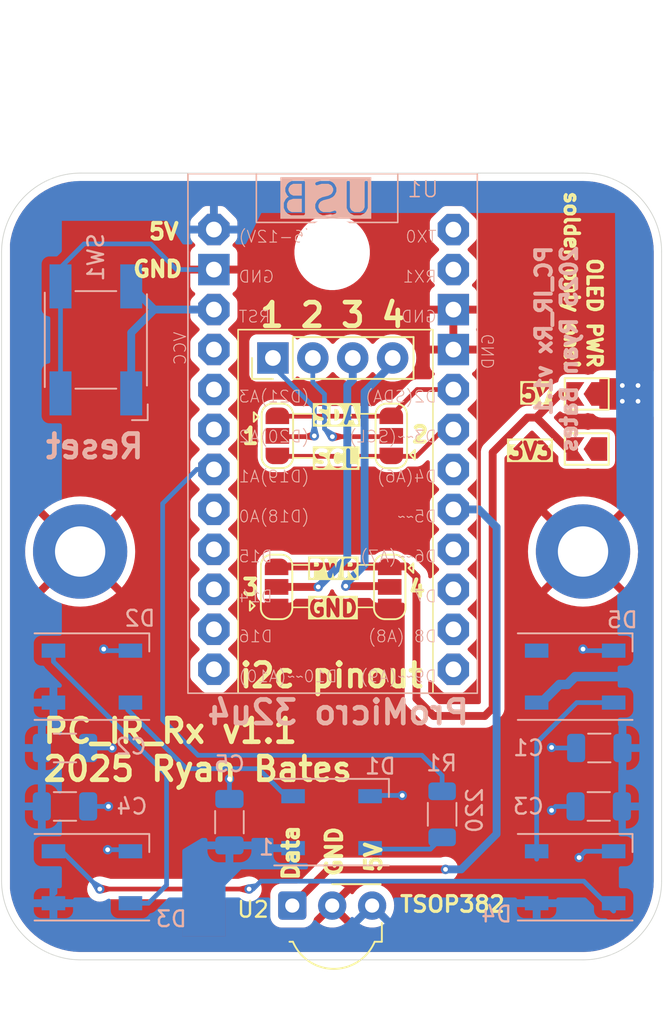
<source format=kicad_pcb>
(kicad_pcb (version 20240108) (generator "pcbnew") (generator_version "8.0")
  (layers (0 "F.Cu" signal) (31 "B.Cu" signal) (34 "B.Paste" user) (35 "F.Paste" user) (36 "B.SilkS" user "B.Silkscreen") (37 "F.SilkS" user "F.Silkscreen") (38 "B.Mask" user) (39 "F.Mask" user) (44 "Edge.Cuts" user))
  (net 0 "")
  (net 1 "GND")
  (net 2 "Net-(D1-DOUT)")
  (net 3 "Net-(D1-DIN)")
  (net 4 "Net-(D2-DOUT)")
  (net 5 "Net-(D3-DOUT)")
  (net 6 "/3")
  (net 7 "/1")
  (net 8 "/4")
  (net 9 "/2")
  (net 10 "/IR_DATA")
  (net 11 "/PWR")
  (net 12 "/+3V3")
  (net 13 "/SDA")
  (net 14 "/SCL")
  (net 27 "+5V")
  (net 28 "/DATA_IN")
  (net 29 "Net-(D4-DOUT)")
  (net 31 "Net-(U1-RST)")
  (footprint "PCM_SL_Mechanical:MountingHole_3.2mm_Pad" (layer "F.Cu") (at 16.1 24.95)
    (property "Reference" "H6" (hide yes))
    (property "Value" "MountingHole_M3_3.2mm_Pad" (hide yes))
    (pad "1" thru_hole circle (at -0.1 0.05) (size 6 6) (drill 3.2) (layers "*.Cu" "*.Mask") (net 1 "GND"))
  )
  (footprint "OptoDevice:Vishay_MOLD-3Pin" (layer "F.Cu") (at -2.5 47.5)
    (property "Reference" "U2" (at -2.5 0.25 180) (layer "F.SilkS"))
    (property "Value" "TSDP341xx" (hide yes))
    (fp_line (start 0.04 2.3) (end -0.18 2.3) (stroke (width 0.12)) (layer "F.SilkS"))
    (fp_line (start 5.62 -1.36) (end 2.54 -1.36) (stroke (width 0.12)) (layer "F.SilkS"))
    (fp_line (start 5.7 2.3) (end 5.24 2.3) (stroke (width 0.12)) (layer "F.SilkS"))
    (fp_line (start 5.7 2.3) (end 5.7 1.1) (stroke (width 0.12)) (layer "F.SilkS"))
    (fp_arc (start 5.24 2.3) (mid 2.64 4.023119) (end 0.04 2.3) (stroke (width 0.12)) (layer "F.SilkS"))
    (pad "1" thru_hole roundrect (at 0 0) (size 1.8 1.8) (drill 0.9) (layers "*.Cu" "*.Mask") (roundrect_rratio 0.138) (net 10 "/IR_DATA"))
    (pad "2" thru_hole circle (at 2.54 0) (size 1.8 1.8) (drill 0.9) (layers "*.Cu" "*.Mask") (net 1 "GND"))
    (pad "3" thru_hole circle (at 5.08 0) (size 1.8 1.8) (drill 0.9) (layers "*.Cu" "*.Mask") (net 27 "+5V"))
  )
  (footprint "Jumper:SolderJumper-3_P1.3mm_Open_RoundedPad1.0x1.5mm" (layer "F.Cu") (at 3.8 17.65 90)
    (property "Reference" "JP4" (hide yes))
    (property "Value" "SolderJumper_3_Open" (hide yes))
    (fp_line (start -1.4 -1) (end 1.4 -1) (stroke (width 0.12)) (layer "F.SilkS"))
    (fp_line (start 2.05 -0.3) (end 2.05 0.3) (stroke (width 0.12)) (layer "F.SilkS"))
    (fp_line (start -2.05 0.3) (end -2.05 -0.3) (stroke (width 0.12)) (layer "F.SilkS"))
    (fp_line (start 1.4 1) (end -1.4 1) (stroke (width 0.12)) (layer "F.SilkS"))
    (fp_line (start -1.2 1.2) (end -0.9 1.5) (stroke (width 0.12)) (layer "F.SilkS"))
    (fp_line (start -1.2 1.2) (end -1.5 1.5) (stroke (width 0.12)) (layer "F.SilkS"))
    (fp_line (start -1.5 1.5) (end -0.9 1.5) (stroke (width 0.12)) (layer "F.SilkS"))
    (fp_arc (start 1.35 -1) (mid 1.844975 -0.794975) (end 2.05 -0.3) (stroke (width 0.12)) (layer "F.SilkS"))
    (fp_arc (start -2.05 -0.3) (mid -1.844975 -0.794975) (end -1.35 -1) (stroke (width 0.12)) (layer "F.SilkS"))
    (fp_arc (start 2.05 0.3) (mid 1.844975 0.794975) (end 1.35 1) (stroke (width 0.12)) (layer "F.SilkS"))
    (fp_arc (start -1.35 1) (mid -1.844975 0.794975) (end -2.05 0.3) (stroke (width 0.12)) (layer "F.SilkS"))
    (pad "1" smd custom (at -1.3 0 90) (size 1 0.5) (layers "F.Cu" "F.Mask") (net 14 "/SCL") (options (clearance outline) (anchor rect)) (primitives (gr_circle (center 0 0.25) (end 0.5 0.25) (width 0) (fill yes)) (gr_circle (center 0 -0.25) (end 0.5 -0.25) (width 0) (fill yes)) (gr_poly (pts (xy 0.55 0.75) (xy 0 0.75) (xy 0 -0.75) (xy 0.55 -0.75)) (width 0) (fill yes))))
    (pad "2" smd rect (at 0 0 90) (size 1 1.5) (layers "F.Cu" "F.Mask") (net 9 "/2"))
    (pad "3" smd custom (at 1.3 0 90) (size 1 0.5) (layers "F.Cu" "F.Mask") (net 13 "/SDA") (options (clearance outline) (anchor rect)) (primitives (gr_circle (center 0 0.25) (end 0.5 0.25) (width 0) (fill yes)) (gr_circle (center 0 -0.25) (end 0.5 -0.25) (width 0) (fill yes)) (gr_poly (pts (xy 0 0.75) (xy -0.55 0.75) (xy -0.55 -0.75) (xy 0 -0.75)) (width 0) (fill yes))))
  )
  (footprint "Jumper:SolderJumper-3_P1.3mm_Open_RoundedPad1.0x1.5mm" (layer "F.Cu") (at 3.7 27.25 90)
    (property "Reference" "JP6" (hide yes))
    (property "Value" "SolderJumper_3_Open" (hide yes))
    (fp_line (start -1.4 -1) (end 1.4 -1) (stroke (width 0.12)) (layer "F.SilkS"))
    (fp_line (start 2.05 -0.3) (end 2.05 0.3) (stroke (width 0.12)) (layer "F.SilkS"))
    (fp_line (start -2.05 0.3) (end -2.05 -0.3) (stroke (width 0.12)) (layer "F.SilkS"))
    (fp_line (start 1.4 1) (end -1.4 1) (stroke (width 0.12)) (layer "F.SilkS"))
    (fp_line (start 1.2 1.2) (end 1.5 1.5) (stroke (width 0.12)) (layer "F.SilkS"))
    (fp_line (start 1.2 1.2) (end 0.9 1.5) (stroke (width 0.12)) (layer "F.SilkS"))
    (fp_line (start 0.9 1.5) (end 1.5 1.5) (stroke (width 0.12)) (layer "F.SilkS"))
    (fp_arc (start 1.35 -1) (mid 1.844975 -0.794975) (end 2.05 -0.3) (stroke (width 0.12)) (layer "F.SilkS"))
    (fp_arc (start -2.05 -0.3) (mid -1.844975 -0.794975) (end -1.35 -1) (stroke (width 0.12)) (layer "F.SilkS"))
    (fp_arc (start 2.05 0.3) (mid 1.844975 0.794975) (end 1.35 1) (stroke (width 0.12)) (layer "F.SilkS"))
    (fp_arc (start -1.35 1) (mid -1.844975 0.794975) (end -2.05 0.3) (stroke (width 0.12)) (layer "F.SilkS"))
    (pad "1" smd custom (at -1.3 0 90) (size 1 0.5) (layers "F.Cu" "F.Mask") (net 1 "GND") (options (clearance outline) (anchor rect)) (primitives (gr_circle (center 0 0.25) (end 0.5 0.25) (width 0) (fill yes)) (gr_circle (center 0 -0.25) (end 0.5 -0.25) (width 0) (fill yes)) (gr_poly (pts (xy 0.55 0.75) (xy 0 0.75) (xy 0 -0.75) (xy 0.55 -0.75)) (width 0) (fill yes))))
    (pad "2" smd rect (at 0 0 90) (size 1 1.5) (layers "F.Cu" "F.Mask") (net 8 "/4"))
    (pad "3" smd custom (at 1.3 0 90) (size 1 0.5) (layers "F.Cu" "F.Mask") (net 11 "/PWR") (options (clearance outline) (anchor rect)) (primitives (gr_circle (center 0 0.25) (end 0.5 0.25) (width 0) (fill yes)) (gr_circle (center 0 -0.25) (end 0.5 -0.25) (width 0) (fill yes)) (gr_poly (pts (xy 0 0.75) (xy -0.55 0.75) (xy -0.55 -0.75) (xy 0 -0.75)) (width 0) (fill yes))))
  )
  (footprint "Jumper:SolderJumper-3_P1.3mm_Open_RoundedPad1.0x1.5mm" (layer "F.Cu") (at -3.45 17.65 90)
    (property "Reference" "JP3" (hide yes))
    (property "Value" "SolderJumper_3_Open" (hide yes))
    (fp_line (start 1.5 -1.5) (end 0.9 -1.5) (stroke (width 0.12)) (layer "F.SilkS"))
    (fp_line (start 1.2 -1.2) (end 1.5 -1.5) (stroke (width 0.12)) (layer "F.SilkS"))
    (fp_line (start 1.2 -1.2) (end 0.9 -1.5) (stroke (width 0.12)) (layer "F.SilkS"))
    (fp_line (start -1.4 -1) (end 1.4 -1) (stroke (width 0.12)) (layer "F.SilkS"))
    (fp_line (start 2.05 -0.3) (end 2.05 0.3) (stroke (width 0.12)) (layer "F.SilkS"))
    (fp_line (start -2.05 0.3) (end -2.05 -0.3) (stroke (width 0.12)) (layer "F.SilkS"))
    (fp_line (start 1.4 1) (end -1.4 1) (stroke (width 0.12)) (layer "F.SilkS"))
    (fp_arc (start 1.35 -1) (mid 1.844975 -0.794975) (end 2.05 -0.3) (stroke (width 0.12)) (layer "F.SilkS"))
    (fp_arc (start -2.05 -0.3) (mid -1.844975 -0.794975) (end -1.35 -1) (stroke (width 0.12)) (layer "F.SilkS"))
    (fp_arc (start 2.05 0.3) (mid 1.844975 0.794975) (end 1.35 1) (stroke (width 0.12)) (layer "F.SilkS"))
    (fp_arc (start -1.35 1) (mid -1.844975 0.794975) (end -2.05 0.3) (stroke (width 0.12)) (layer "F.SilkS"))
    (pad "1" smd custom (at -1.3 0 90) (size 1 0.5) (layers "F.Cu" "F.Mask") (net 14 "/SCL") (options (clearance outline) (anchor rect)) (primitives (gr_circle (center 0 0.25) (end 0.5 0.25) (width 0) (fill yes)) (gr_circle (center 0 -0.25) (end 0.5 -0.25) (width 0) (fill yes)) (gr_poly (pts (xy 0.55 0.75) (xy 0 0.75) (xy 0 -0.75) (xy 0.55 -0.75)) (width 0) (fill yes))))
    (pad "2" smd rect (at 0 0 90) (size 1 1.5) (layers "F.Cu" "F.Mask") (net 7 "/1"))
    (pad "3" smd custom (at 1.3 0 90) (size 1 0.5) (layers "F.Cu" "F.Mask") (net 13 "/SDA") (options (clearance outline) (anchor rect)) (primitives (gr_circle (center 0 0.25) (end 0.5 0.25) (width 0) (fill yes)) (gr_circle (center 0 -0.25) (end 0.5 -0.25) (width 0) (fill yes)) (gr_poly (pts (xy 0 0.75) (xy -0.55 0.75) (xy -0.55 -0.75) (xy 0 -0.75)) (width 0) (fill yes))))
  )
  (footprint "Jumper:SolderJumper-2_P1.3mm_Open_TrianglePad1.0x1.5mm" (layer "F.Cu") (at 16.235534 18.485534 180)
    (property "Reference" "JP2" (hide yes))
    (property "Value" "SolderJumper_2_Open" (hide yes))
    (fp_line (start 1.4 1) (end -1.4 1) (stroke (width 0.12)) (layer "F.SilkS"))
    (fp_line (start 1.4 -1) (end 1.4 1) (stroke (width 0.12)) (layer "F.SilkS"))
    (fp_line (start -1.4 1) (end -1.4 -1) (stroke (width 0.12)) (layer "F.SilkS"))
    (fp_line (start -1.4 -1) (end 1.4 -1) (stroke (width 0.12)) (layer "F.SilkS"))
    (pad "1" smd custom (at -0.8 0 180) (size 0.3 0.3) (layers "F.Cu" "F.Mask") (net 12 "/+3V3") (options (clearance outline) (anchor rect)) (primitives (gr_poly (pts (xy 1 0) (xy 0.5 0.75) (xy -0.5 0.75) (xy -0.5 -0.75) (xy 0.5 -0.75)) (width 0) (fill yes))))
    (pad "2" smd custom (at 0.8 0 180) (size 0.3 0.3) (layers "F.Cu" "F.Mask") (net 11 "/PWR") (options (clearance outline) (anchor rect)) (primitives (gr_poly (pts (xy 0.5 0.75) (xy -0.65 0.75) (xy -0.15 0) (xy -0.65 -0.75) (xy 0.5 -0.75)) (width 0) (fill yes))))
  )
  (footprint "Jumper:SolderJumper-2_P1.3mm_Open_TrianglePad1.0x1.5mm" (layer "F.Cu") (at 16.235534 14.985534 180)
    (property "Reference" "JP1" (hide yes))
    (property "Value" "SolderJumper_2_Open" (hide yes))
    (fp_line (start 1.4 1) (end -1.4 1) (stroke (width 0.12)) (layer "F.SilkS"))
    (fp_line (start 1.4 -1) (end 1.4 1) (stroke (width 0.12)) (layer "F.SilkS"))
    (fp_line (start -1.4 1) (end -1.4 -1) (stroke (width 0.12)) (layer "F.SilkS"))
    (fp_line (start -1.4 -1) (end 1.4 -1) (stroke (width 0.12)) (layer "F.SilkS"))
    (pad "1" smd custom (at -0.8 0 180) (size 0.3 0.3) (layers "F.Cu" "F.Mask") (net 27 "+5V") (options (clearance outline) (anchor rect)) (primitives (gr_poly (pts (xy 1 0) (xy 0.5 0.75) (xy -0.5 0.75) (xy -0.5 -0.75) (xy 0.5 -0.75)) (width 0) (fill yes))))
    (pad "2" smd custom (at 0.8 0 180) (size 0.3 0.3) (layers "F.Cu" "F.Mask") (net 11 "/PWR") (options (clearance outline) (anchor rect)) (primitives (gr_poly (pts (xy 0.5 0.75) (xy -0.65 0.75) (xy -0.15 0) (xy -0.65 -0.75) (xy 0.5 -0.75)) (width 0) (fill yes))))
  )
  (footprint "PCM_SL_Mechanical:MountingHole_3.2mm_Pad" (layer "F.Cu") (at -15.9 24.95)
    (property "Reference" "H5" (hide yes))
    (property "Value" "MountingHole_M3_3.2mm_Pad" (hide yes))
    (pad "1" thru_hole circle (at -0.1 0.05) (size 6 6) (drill 3.2) (layers "*.Cu" "*.Mask") (net 1 "GND"))
  )
  (footprint "Connector_PinHeader_2.54mm:PinHeader_1x04_P2.54mm_Vertical" (layer "F.Cu") (at -3.7335 12.7 90)
    (property "Reference" "J1" (hide yes))
    (property "Value" "PINHD_1x4_Male" (hide yes))
    (fp_line (start -1.33 -1.33) (end 0 -1.33) (stroke (width 0.12)) (layer "F.SilkS"))
    (fp_line (start -1.33 0) (end -1.33 -1.33) (stroke (width 0.12)) (layer "F.SilkS"))
    (fp_line (start 1.33 1.27) (end 1.33 8.95) (stroke (width 0.12)) (layer "F.SilkS"))
    (fp_line (start -1.33 1.27) (end 1.33 1.27) (stroke (width 0.12)) (layer "F.SilkS"))
    (fp_line (start -1.33 1.27) (end -1.33 8.95) (stroke (width 0.12)) (layer "F.SilkS"))
    (fp_line (start -1.33 8.95) (end 1.33 8.95) (stroke (width 0.12)) (layer "F.SilkS"))
    (pad "1" thru_hole rect (at 0 0 90) (size 2 2) (drill 1) (layers "*.Cu" "*.Mask") (net 7 "/1"))
    (pad "2" thru_hole oval (at 0 2.54 90) (size 2 2) (drill 1) (layers "*.Cu" "*.Mask") (net 9 "/2"))
    (pad "3" thru_hole oval (at 0 5.08 90) (size 2 2) (drill 1) (layers "*.Cu" "*.Mask") (net 6 "/3"))
    (pad "4" thru_hole oval (at 0 7.62 90) (size 2 2) (drill 1) (layers "*.Cu" "*.Mask") (net 8 "/4"))
  )
  (footprint "MountingHole:MountingHole_4.3mm_M4" (layer "F.Cu") (at 0.035534 5.985534)
    (property "Reference" "H4" (hide yes))
    (property "Value" "MountingHole")
    (pad "" np_thru_hole circle (at 0 0) (size 4.3 4.3) (drill 4.3) (layers "*.Cu" "*.Mask"))
  )
  (footprint "Jumper:SolderJumper-3_P1.3mm_Open_RoundedPad1.0x1.5mm" (layer "F.Cu") (at -3.5 27.25 90)
    (property "Reference" "JP5" (hide yes))
    (property "Value" "SolderJumper_3_Open" (hide yes))
    (fp_line (start -0.9 -1.7) (end -1.5 -1.7) (stroke (width 0.12)) (layer "F.SilkS"))
    (fp_line (start -1.2 -1.4) (end -0.9 -1.7) (stroke (width 0.12)) (layer "F.SilkS"))
    (fp_line (start -1.2 -1.4) (end -1.5 -1.7) (stroke (width 0.12)) (layer "F.SilkS"))
    (fp_line (start -1.4 -1) (end 1.4 -1) (stroke (width 0.12)) (layer "F.SilkS"))
    (fp_line (start 2.05 -0.3) (end 2.05 0.3) (stroke (width 0.12)) (layer "F.SilkS"))
    (fp_line (start -2.05 0.3) (end -2.05 -0.3) (stroke (width 0.12)) (layer "F.SilkS"))
    (fp_line (start 1.4 1) (end -1.4 1) (stroke (width 0.12)) (layer "F.SilkS"))
    (fp_arc (start 1.35 -1) (mid 1.844975 -0.794975) (end 2.05 -0.3) (stroke (width 0.12)) (layer "F.SilkS"))
    (fp_arc (start -2.05 -0.3) (mid -1.844975 -0.794975) (end -1.35 -1) (stroke (width 0.12)) (layer "F.SilkS"))
    (fp_arc (start 2.05 0.3) (mid 1.844975 0.794975) (end 1.35 1) (stroke (width 0.12)) (layer "F.SilkS"))
    (fp_arc (start -1.35 1) (mid -1.844975 0.794975) (end -2.05 0.3) (stroke (width 0.12)) (layer "F.SilkS"))
    (pad "1" smd custom (at -1.3 0 90) (size 1 0.5) (layers "F.Cu" "F.Mask") (net 1 "GND") (options (clearance outline) (anchor rect)) (primitives (gr_circle (center 0 0.25) (end 0.5 0.25) (width 0) (fill yes)) (gr_circle (center 0 -0.25) (end 0.5 -0.25) (width 0) (fill yes)) (gr_poly (pts (xy 0.55 0.75) (xy 0 0.75) (xy 0 -0.75) (xy 0.55 -0.75)) (width 0) (fill yes))))
    (pad "2" smd rect (at 0 0 90) (size 1 1.5) (layers "F.Cu" "F.Mask") (net 6 "/3"))
    (pad "3" smd custom (at 1.3 0 90) (size 1 0.5) (layers "F.Cu" "F.Mask") (net 11 "/PWR") (options (clearance outline) (anchor rect)) (primitives (gr_circle (center 0 0.25) (end 0.5 0.25) (width 0) (fill yes)) (gr_circle (center 0 -0.25) (end 0.5 -0.25) (width 0) (fill yes)) (gr_poly (pts (xy 0 0.75) (xy -0.55 0.75) (xy -0.55 -0.75) (xy 0 -0.75)) (width 0) (fill yes))))
  )
  (footprint "Resistor_SMD:R_1206_3216Metric" (layer "B.Cu") (at 7.035534 41.7 90)
    (property "Reference" "R1" (at 3.25 -0.035534 180) (layer "B.SilkS") (effects (justify mirror)))
    (property "Value" "220" (at 0.25 2.064466 90) (layer "B.SilkS") (effects (justify mirror)))
    (fp_line (start 0.727064 -0.91) (end -0.727064 -0.91) (stroke (width 0.12)) (layer "B.SilkS"))
    (fp_line (start 0.727064 0.91) (end -0.727064 0.91) (stroke (width 0.12)) (layer "B.SilkS"))
    (pad "1" smd roundrect (at -1.4625 0 90) (size 1.125 1.75) (layers "B.Cu" "B.Paste" "B.Mask") (roundrect_rratio 0.222222) (net 3 "Net-(D1-DIN)"))
    (pad "2" smd roundrect (at 1.4625 0 90) (size 1.125 1.75) (layers "B.Cu" "B.Paste" "B.Mask") (roundrect_rratio 0.222222) (net 28 "/DATA_IN"))
  )
  (footprint "Ryan_Custom_Modules:Arduino_Pro_Micro_32u4" (layer "B.Cu") (at -0.1875 0.985534 180)
    (property "Reference" "U1" (at -6 -1 0) (layer "B.SilkS") (effects (font (thickness 0.1)) (justify mirror)))
    (property "Value" "~")
    (fp_rect (start -4.4 0) (end 4.6 -3.1) (stroke (width 0.1)) (fill none) (layer "B.SilkS"))
    (fp_rect (start -9.4615 0) (end 8.9535 -33.02) (stroke (width 0.1)) (fill none) (layer "B.SilkS"))
    (fp_text user "D15" (at 5.7785 -24.765 0) (layer "B.SilkS") (effects (font (size 0.747776 0.747776) (thickness 0.065024)) (justify right bottom mirror)))
    (fp_text user "GND" (at -6.9215 -9.525 0) (layer "B.SilkS") (effects (font (size 0.747776 0.747776) (thickness 0.065024)) (justify left bottom mirror)))
    (fp_text user "(D21)A3" (at 5.7785 -14.605 0) (layer "B.SilkS") (effects (font (size 0.747776 0.747776) (thickness 0.065024)) (justify right bottom mirror)))
    (fp_text user "D7" (at -6.9215 -27.305 0) (layer "B.SilkS") (effects (font (size 0.747776 0.747776) (thickness 0.065024)) (justify left bottom mirror)))
    (fp_text user "GND" (at 5.7785 -6.985 0) (layer "B.SilkS") (effects (font (size 0.747776 0.747776) (thickness 0.065024)) (justify right bottom mirror)))
    (fp_text user "D3~~(SCL)" (at -6.9215 -17.145 0) (layer "B.SilkS") (effects (font (size 0.747776 0.747776) (thickness 0.065024)) (justify left bottom mirror)))
    (fp_text user "D10~~(A10)" (at 5.7785 -32.385 0) (layer "B.SilkS") (effects (font (size 0.747776 0.747776) (thickness 0.065024)) (justify right bottom mirror)))
    (fp_text user "D2(SDA)" (at -6.9215 -14.605 0) (layer "B.SilkS") (effects (font (size 0.747776 0.747776) (thickness 0.065024)) (justify left bottom mirror)))
    (fp_text user "D16" (at 5.7785 -29.845 0) (layer "B.SilkS") (effects (font (size 0.747776 0.747776) (thickness 0.065024)) (justify right bottom mirror)))
    (fp_text user "USB" (at -3 -2.8 0) (layer "B.SilkS" knockout) (effects (font (size 2 2) (thickness 0.2) (bold yes)) (justify left bottom mirror)))
    (fp_text user "GND" (at -10.5875 -10.114466 90) (layer "B.SilkS") (effects (font (size 0.747776 0.747776) (thickness 0.065024)) (justify left bottom mirror)))
    (fp_text user "D9~~(A9)" (at -6.9215 -32.385 0) (layer "B.SilkS") (effects (font (size 0.747776 0.747776) (thickness 0.065024)) (justify left bottom mirror)))
    (fp_text user "D8 (A8)" (at -6.9215 -29.845 0) (layer "B.SilkS") (effects (font (size 0.747776 0.747776) (thickness 0.065024)) (justify left bottom mirror)))
    (fp_text user "(D18)A0" (at 5.7785 -22.225 0) (layer "B.SilkS") (effects (font (size 0.747776 0.747776) (thickness 0.065024)) (justify right bottom mirror)))
    (fp_text user "VIN (6-12V)" (at 5.7785 -4.445 0) (layer "B.SilkS") (effects (font (size 0.747776 0.747776) (thickness 0.065024)) (justify right bottom mirror)))
    (fp_text user "TX0" (at -6.9215 -4.445 0) (layer "B.SilkS") (effects (font (size 0.747776 0.747776) (thickness 0.065024)) (justify left bottom mirror)))
    (fp_text user "D6~~(A7)" (at -6.9215 -24.765 0) (layer "B.SilkS") (effects (font (size 0.747776 0.747776) (thickness 0.065024)) (justify left bottom mirror)))
    (fp_text user "RX1" (at -6.9215 -6.985 0) (layer "B.SilkS") (effects (font (size 0.747776 0.747776) (thickness 0.065024)) (justify left bottom mirror)))
    (fp_text user "(D19)A1" (at 5.7785 -19.685 0) (layer "B.SilkS") (effects (font (size 0.747776 0.747776) (thickness 0.065024)) (justify right bottom mirror)))
    (fp_text user "D14" (at 5.7785 -27.305 0) (layer "B.SilkS") (effects (font (size 0.747776 0.747776) (thickness 0.065024)) (justify right bottom mirror)))
    (fp_text user "RST" (at 5.7785 -9.525 0) (layer "B.SilkS") (effects (font (size 0.747776 0.747776) (thickness 0.065024)) (justify right bottom mirror)))
    (fp_text user "(D20)A2" (at 5.7785 -17.145 0) (layer "B.SilkS") (effects (font (size 0.747776 0.747776) (thickness 0.065024)) (justify right bottom mirror)))
    (fp_text user "D4(A6)" (at -6.9215 -19.685 0) (layer "B.SilkS") (effects (font (size 0.747776 0.747776) (thickness 0.065024)) (justify left bottom mirror)))
    (fp_text user "VCC" (at 9.0125 -12.214466 90) (layer "B.SilkS") (effects (font (size 0.747776 0.747776) (thickness 0.065024)) (justify right bottom mirror)))
    (fp_text user "D5~~" (at -6.9215 -22.225 0) (layer "B.SilkS") (effects (font (size 0.747776 0.747776) (thickness 0.065024)) (justify left bottom mirror)))
    (pad "1" thru_hole roundrect (at -7.9375 -3.556 180) (size 2 2) (drill 1) (layers "*.Cu" "*.Mask") (chamfer_ratio 0.2928932188) (chamfer top_left top_right bottom_left bottom_right))
    (pad "2" thru_hole roundrect (at -7.9375 -6.096 180) (size 2 2) (drill 1) (layers "*.Cu" "*.Mask") (chamfer_ratio 0.2928932188) (chamfer top_left top_right bottom_left bottom_right))
    (pad "3" thru_hole rect (at -7.9375 -8.64 180) (size 2 2) (drill 1) (layers "*.Cu" "*.Mask") (net 1 "GND"))
    (pad "4" thru_hole rect (at -7.9375 -11.18 180) (size 2 2) (drill 1) (layers "*.Cu" "*.Mask") (net 1 "GND"))
    (pad "5" thru_hole roundrect (at -7.9375 -13.72 180) (size 2 2) (drill 1) (layers "*.Cu" "*.Mask") (chamfer_ratio 0.2928932188) (chamfer top_left top_right bottom_left bottom_right) (net 13 "/SDA"))
    (pad "6" thru_hole roundrect (at -7.9375 -16.26 180) (size 2 2) (drill 1) (layers "*.Cu" "*.Mask") (chamfer_ratio 0.2928932188) (chamfer top_left top_right bottom_left bottom_right) (net 14 "/SCL"))
    (pad "7" thru_hole roundrect (at -7.9375 -18.8 180) (size 2 2) (drill 1) (layers "*.Cu" "*.Mask") (chamfer_ratio 0.2928932188) (chamfer top_left top_right bottom_left bottom_right))
    (pad "8" thru_hole roundrect (at -7.9375 -21.34 180) (size 2 2) (drill 1) (layers "*.Cu" "*.Mask") (chamfer_ratio 0.2928932188) (chamfer top_left top_right bottom_left bottom_right) (net 10 "/IR_DATA"))
    (pad "9" thru_hole roundrect (at -7.9375 -23.88 180) (size 2 2) (drill 1) (layers "*.Cu" "*.Mask") (chamfer_ratio 0.2928932188) (chamfer top_left top_right bottom_left bottom_right))
    (pad "10" thru_hole roundrect (at -7.9375 -26.42 180) (size 2 2) (drill 1) (layers "*.Cu" "*.Mask") (chamfer_ratio 0.2928932188) (chamfer top_left top_right bottom_left bottom_right))
    (pad "11" thru_hole roundrect (at -7.9375 -28.96 180) (size 2 2) (drill 1) (layers "*.Cu" "*.Mask") (chamfer_ratio 0.2928932188) (chamfer top_left top_right bottom_left bottom_right))
    (pad "12" thru_hole roundrect (at -7.9375 -31.5 180) (size 2 2) (drill 1) (layers "*.Cu" "*.Mask") (chamfer_ratio 0.2928932188) (chamfer top_left top_right bottom_left bottom_right))
    (pad "13" thru_hole roundrect (at 7.3025 -31.496 180) (size 2 2) (drill 1) (layers "*.Cu" "*.Mask") (chamfer_ratio 0.2928932188) (chamfer top_left top_right bottom_left bottom_right))
    (pad "14" thru_hole roundrect (at 7.3025 -28.956 180) (size 2 2) (drill 1) (layers "*.Cu" "*.Mask") (chamfer_ratio 0.2928932188) (chamfer top_left top_right bottom_left bottom_right))
    (pad "15" thru_hole roundrect (at 7.3025 -26.416 180) (size 2 2) (drill 1) (layers "*.Cu" "*.Mask") (chamfer_ratio 0.2928932188) (chamfer top_left top_right bottom_left bottom_right))
    (pad "16" thru_hole roundrect (at 7.3025 -23.876 180) (size 2 2) (drill 1) (layers "*.Cu" "*.Mask") (chamfer_ratio 0.2928932188) (chamfer top_left top_right bottom_left bottom_right))
    (pad "17" thru_hole roundrect (at 7.3025 -21.336 180) (size 2 2) (drill 1) (layers "*.Cu" "*.Mask") (chamfer_ratio 0.2928932188) (chamfer top_left top_right bottom_left bottom_right))
    (pad "18" thru_hole roundrect (at 7.3025 -18.796 180) (size 2 2) (drill 1) (layers "*.Cu" "*.Mask") (chamfer_ratio 0.2928932188) (chamfer top_left top_right bottom_left bottom_right) (net 28 "/DATA_IN"))
    (pad "19" thru_hole roundrect (at 7.3025 -16.256 180) (size 2 2) (drill 1) (layers "*.Cu" "*.Mask") (chamfer_ratio 0.2928932188) (chamfer top_left top_right bottom_left bottom_right))
    (pad "20" thru_hole roundrect (at 7.3025 -13.716 180) (size 2 2) (drill 1) (layers "*.Cu" "*.Mask") (chamfer_ratio 0.2928932188) (chamfer top_left top_right bottom_left bottom_right))
    (pad "21" thru_hole roundrect (at 7.3025 -11.176 180) (size 2 2) (drill 1) (layers "*.Cu" "*.Mask") (chamfer_ratio 0.2928932188) (chamfer top_left top_right bottom_left bottom_right))
    (pad "22" thru_hole roundrect (at 7.3025 -8.636 180) (size 2 2) (drill 1) (layers "*.Cu" "*.Mask") (chamfer_ratio 0.2928932188) (chamfer top_left top_right bottom_left bottom_right) (net 31 "Net-(U1-RST)"))
    (pad "23" thru_hole rect (at 7.3025 -6.096 180) (size 2 2) (drill 1) (layers "*.Cu" "*.Mask") (net 1 "GND"))
    (pad "24" thru_hole roundrect (at 7.3025 -3.552 180) (size 2 2) (drill 1) (layers "*.Cu" "*.Mask") (chamfer_ratio 0.2928932188) (chamfer top_left top_right bottom_left bottom_right) (net 27 "+5V"))
  )
  (footprint "LED_SMD:LED_WS2812B_PLCC4_5.0x5.0mm_P3.2mm" (layer "B.Cu") (at 15.5 45.7)
    (property "Reference" "D4" (at -5 2.35 0) (layer "B.SilkS") (effects (justify mirror)))
    (property "Value" "WS2812B")
    (fp_line (start 3.65 -2.75) (end -3.65 -2.75) (stroke (width 0.12)) (layer "B.SilkS"))
    (fp_line (start 3.65 -1.6) (end 3.65 -2.75) (stroke (width 0.12)) (layer "B.SilkS"))
    (fp_line (start 3.65 2.75) (end -3.65 2.75) (stroke (width 0.12)) (layer "B.SilkS"))
    (pad "1" smd rect (at -2.45 1.65) (size 1.5 0.9) (layers "B.Cu" "B.Paste" "B.Mask") (net 27 "+5V"))
    (pad "2" smd rect (at -2.45 -1.65) (size 1.5 0.9) (layers "B.Cu" "B.Paste" "B.Mask") (net 29 "Net-(D4-DOUT)"))
    (pad "3" smd rect (at 2.45 -1.65) (size 1.5 0.9) (layers "B.Cu" "B.Paste" "B.Mask") (net 1 "GND"))
    (pad "4" smd rect (at 2.45 1.65) (size 1.5 0.9) (layers "B.Cu" "B.Paste" "B.Mask") (net 5 "Net-(D3-DOUT)"))
  )
  (footprint "Capacitor_SMD:C_1206_3216Metric" (layer "B.Cu") (at 17.035534 37.485534 180)
    (property "Reference" "C1" (at 4.5 0 0) (layer "B.SilkS") (effects (justify mirror)))
    (property "Value" "0.1uF 50V" (hide yes))
    (fp_line (start 0.711252 0.91) (end -0.711252 0.91) (stroke (width 0.12)) (layer "B.SilkS"))
    (fp_line (start 0.711252 -0.91) (end -0.711252 -0.91) (stroke (width 0.12)) (layer "B.SilkS"))
    (pad "1" smd roundrect (at -1.475 0 180) (size 1.15 1.8) (layers "B.Cu" "B.Paste" "B.Mask") (roundrect_rratio 0.217391) (net 27 "+5V"))
    (pad "2" smd roundrect (at 1.475 0 180) (size 1.15 1.8) (layers "B.Cu" "B.Paste" "B.Mask") (roundrect_rratio 0.217391) (net 1 "GND"))
  )
  (footprint "Capacitor_SMD:C_1206_3216Metric" (layer "B.Cu") (at -16.964466 37.485534)
    (property "Reference" "C2" (at 4.2 -0.1 0) (layer "B.SilkS") (effects (justify mirror)))
    (property "Value" "0.1uF 50V" (hide yes))
    (fp_line (start 0.711252 -0.91) (end -0.711252 -0.91) (stroke (width 0.12)) (layer "B.SilkS"))
    (fp_line (start 0.711252 0.91) (end -0.711252 0.91) (stroke (width 0.12)) (layer "B.SilkS"))
    (pad "1" smd roundrect (at -1.475 0) (size 1.15 1.8) (layers "B.Cu" "B.Paste" "B.Mask") (roundrect_rratio 0.217391) (net 27 "+5V"))
    (pad "2" smd roundrect (at 1.475 0) (size 1.15 1.8) (layers "B.Cu" "B.Paste" "B.Mask") (roundrect_rratio 0.217391) (net 1 "GND"))
  )
  (footprint "LED_SMD:LED_WS2812B_PLCC4_5.0x5.0mm_P3.2mm" (layer "B.Cu") (at -15.25 32.95)
    (property "Reference" "D2" (at 3.05 -3.7 0) (layer "B.SilkS") (effects (justify mirror)))
    (property "Value" "WS2812B" (hide yes))
    (fp_line (start 3.65 -2.75) (end -3.65 -2.75) (stroke (width 0.12)) (layer "B.SilkS"))
    (fp_line (start 3.65 -1.6) (end 3.65 -2.75) (stroke (width 0.12)) (layer "B.SilkS"))
    (fp_line (start 3.65 2.75) (end -3.65 2.75) (stroke (width 0.12)) (layer "B.SilkS"))
    (pad "1" smd rect (at -2.45 1.65) (size 1.5 0.9) (layers "B.Cu" "B.Paste" "B.Mask") (net 27 "+5V"))
    (pad "2" smd rect (at -2.45 -1.65) (size 1.5 0.9) (layers "B.Cu" "B.Paste" "B.Mask") (net 4 "Net-(D2-DOUT)"))
    (pad "3" smd rect (at 2.45 -1.65) (size 1.5 0.9) (layers "B.Cu" "B.Paste" "B.Mask") (net 1 "GND"))
    (pad "4" smd rect (at 2.45 1.65) (size 1.5 0.9) (layers "B.Cu" "B.Paste" "B.Mask") (net 2 "Net-(D1-DOUT)"))
  )
  (footprint "Button_Switch_SMD:SW_SPST_Omron_B3FS-100xP" (layer "B.Cu") (at -15 11.55 90)
    (property "Reference" "SW1" (at 5.25 0 90) (layer "B.SilkS") (effects (justify mirror)))
    (property "Value" "SW_Push")
    (fp_line (start -3 -3.25) (end 3 -3.25) (stroke (width 0.12)) (layer "B.SilkS"))
    (fp_line (start 3.1 -1.3) (end 3.1 1.3) (stroke (width 0.12)) (layer "B.SilkS"))
    (fp_line (start -3.1 -1.3) (end -3.1 1.3) (stroke (width 0.12)) (layer "B.SilkS"))
    (fp_line (start -2.9 3.25) (end 2.9 3.25) (stroke (width 0.12)) (layer "B.SilkS"))
    (fp_line (start -4.1 3.3) (end -5.1 3.3) (stroke (width 0.12)) (layer "B.SilkS"))
    (fp_line (start -5.1 3.3) (end -5.1 2.3) (stroke (width 0.12)) (layer "B.SilkS"))
    (pad "1" smd rect (at -3.4 2.25 270) (size 2.8 1.4) (layers "B.Cu" "B.Paste" "B.Mask") (net 31 "Net-(U1-RST)"))
    (pad "1" smd rect (at 3.4 2.25 270) (size 2.8 1.4) (layers "B.Cu" "B.Paste" "B.Mask") (net 31 "Net-(U1-RST)"))
    (pad "2" smd rect (at -3.4 -2.25 270) (size 2.8 1.4) (layers "B.Cu" "B.Paste" "B.Mask") (net 1 "GND"))
    (pad "2" smd rect (at 3.4 -2.25 270) (size 2.8 1.4) (layers "B.Cu" "B.Paste" "B.Mask") (net 1 "GND"))
  )
  (footprint "LED_SMD:LED_WS2812B_PLCC4_5.0x5.0mm_P3.2mm" (layer "B.Cu") (at 0 42.2)
    (property "Reference" "D1" (at 3.1 -3.55 0) (layer "B.SilkS") (effects (justify mirror)))
    (property "Value" "WS2812B")
    (fp_line (start 3.65 -2.75) (end -3.65 -2.75) (stroke (width 0.12)) (layer "B.SilkS"))
    (fp_line (start 3.65 -1.6) (end 3.65 -2.75) (stroke (width 0.12)) (layer "B.SilkS"))
    (fp_line (start 3.65 2.75) (end -3.65 2.75) (stroke (width 0.12)) (layer "B.SilkS"))
    (fp_text user "1" (at -4.15 1.6 0) (layer "B.SilkS") (effects (justify mirror)))
    (pad "1" smd rect (at -2.45 1.65) (size 1.5 0.9) (layers "B.Cu" "B.Paste" "B.Mask") (net 27 "+5V"))
    (pad "2" smd rect (at -2.45 -1.65) (size 1.5 0.9) (layers "B.Cu" "B.Paste" "B.Mask") (net 2 "Net-(D1-DOUT)"))
    (pad "3" smd rect (at 2.45 -1.65) (size 1.5 0.9) (layers "B.Cu" "B.Paste" "B.Mask") (net 1 "GND"))
    (pad "4" smd rect (at 2.45 1.65) (size 1.5 0.9) (layers "B.Cu" "B.Paste" "B.Mask") (net 3 "Net-(D1-DIN)"))
  )
  (footprint "Capacitor_SMD:C_1206_3216Metric" (layer "B.Cu") (at 17 41.2 180)
    (property "Reference" "C3" (at 4.475 0 0) (layer "B.SilkS") (effects (justify mirror)))
    (property "Value" "0.1uF 50V" (hide yes))
    (fp_line (start 0.711252 0.91) (end -0.711252 0.91) (stroke (width 0.12)) (layer "B.SilkS"))
    (fp_line (start 0.711252 -0.91) (end -0.711252 -0.91) (stroke (width 0.12)) (layer "B.SilkS"))
    (pad "1" smd roundrect (at -1.475 0 180) (size 1.15 1.8) (layers "B.Cu" "B.Paste" "B.Mask") (roundrect_rratio 0.217391) (net 27 "+5V"))
    (pad "2" smd roundrect (at 1.475 0 180) (size 1.15 1.8) (layers "B.Cu" "B.Paste" "B.Mask") (roundrect_rratio 0.217391) (net 1 "GND"))
  )
  (footprint "LED_SMD:LED_WS2812B_PLCC4_5.0x5.0mm_P3.2mm" (layer "B.Cu") (at 15.5 32.95)
    (property "Reference" "D5" (at 3 -3.6 0) (layer "B.SilkS") (effects (justify mirror)))
    (property "Value" "WS2812B" (hide yes))
    (fp_line (start 3.65 -2.75) (end -3.65 -2.75) (stroke (width 0.12)) (layer "B.SilkS"))
    (fp_line (start 3.65 -1.6) (end 3.65 -2.75) (stroke (width 0.12)) (layer "B.SilkS"))
    (fp_line (start 3.65 2.75) (end -3.65 2.75) (stroke (width 0.12)) (layer "B.SilkS"))
    (pad "1" smd rect (at -2.45 1.65) (size 1.5 0.9) (layers "B.Cu" "B.Paste" "B.Mask") (net 27 "+5V"))
    (pad "2" smd rect (at -2.45 -1.65) (size 1.5 0.9) (layers "B.Cu" "B.Paste" "B.Mask"))
    (pad "3" smd rect (at 2.45 -1.65) (size 1.5 0.9) (layers "B.Cu" "B.Paste" "B.Mask") (net 1 "GND"))
    (pad "4" smd rect (at 2.45 1.65) (size 1.5 0.9) (layers "B.Cu" "B.Paste" "B.Mask") (net 29 "Net-(D4-DOUT)"))
  )
  (footprint "LED_SMD:LED_WS2812B_PLCC4_5.0x5.0mm_P3.2mm" (layer "B.Cu") (at -15.25 45.7)
    (property "Reference" "D3" (at 5.05 2.65 0) (layer "B.SilkS") (effects (justify mirror)))
    (property "Value" "WS2812B" (hide yes))
    (fp_line (start 3.65 -2.75) (end -3.65 -2.75) (stroke (width 0.12)) (layer "B.SilkS"))
    (fp_line (start 3.65 -1.6) (end 3.65 -2.75) (stroke (width 0.12)) (layer "B.SilkS"))
    (fp_line (start 3.65 2.75) (end -3.65 2.75) (stroke (width 0.12)) (layer "B.SilkS"))
    (pad "1" smd rect (at -2.45 1.65) (size 1.5 0.9) (layers "B.Cu" "B.Paste" "B.Mask") (net 27 "+5V"))
    (pad "2" smd rect (at -2.45 -1.65) (size 1.5 0.9) (layers "B.Cu" "B.Paste" "B.Mask") (net 5 "Net-(D3-DOUT)"))
    (pad "3" smd rect (at 2.45 -1.65) (size 1.5 0.9) (layers "B.Cu" "B.Paste" "B.Mask") (net 1 "GND"))
    (pad "4" smd rect (at 2.45 1.65) (size 1.5 0.9) (layers "B.Cu" "B.Paste" "B.Mask") (net 4 "Net-(D2-DOUT)"))
  )
  (footprint "Capacitor_SMD:C_1206_3216Metric" (layer "B.Cu") (at -6.5 42.2 90)
    (property "Reference" "C5" (at 3.7 0 180) (layer "B.SilkS") (effects (justify mirror)))
    (property "Value" "0.1uF 50V" (hide yes))
    (fp_line (start 0.711252 -0.91) (end -0.711252 -0.91) (stroke (width 0.12)) (layer "B.SilkS"))
    (fp_line (start 0.711252 0.91) (end -0.711252 0.91) (stroke (width 0.12)) (layer "B.SilkS"))
    (pad "1" smd roundrect (at -1.475 0 90) (size 1.15 1.8) (layers "B.Cu" "B.Paste" "B.Mask") (roundrect_rratio 0.217391) (net 27 "+5V"))
    (pad "2" smd roundrect (at 1.475 0 90) (size 1.15 1.8) (layers "B.Cu" "B.Paste" "B.Mask") (roundrect_rratio 0.217391) (net 1 "GND"))
  )
  (footprint "Capacitor_SMD:C_1206_3216Metric" (layer "B.Cu") (at -16.964466 41.2)
    (property "Reference" "C4" (at 4.264466 0 0) (layer "B.SilkS") (effects (justify mirror)))
    (property "Value" "0.1uF 50V" (hide yes))
    (fp_line (start 0.711252 -0.91) (end -0.711252 -0.91) (stroke (width 0.12)) (layer "B.SilkS"))
    (fp_line (start 0.711252 0.91) (end -0.711252 0.91) (stroke (width 0.12)) (layer "B.SilkS"))
    (pad "1" smd roundrect (at -1.475 0) (size 1.15 1.8) (layers "B.Cu" "B.Paste" "B.Mask") (roundrect_rratio 0.217391) (net 27 "+5V"))
    (pad "2" smd roundrect (at 1.475 0) (size 1.15 1.8) (layers "B.Cu" "B.Paste" "B.Mask") (roundrect_rratio 0.217391) (net 1 "GND"))
  )
  (gr_line (start 2.7 25.85) (end 1.65 25.85) (stroke (width 0.1)) (layer "F.SilkS"))
  (gr_line (start 2.7 28.55) (end 1.65 28.55) (stroke (width 0.1)) (layer "F.SilkS"))
  (gr_line (start -2.45 19.05) (end -1.2 19.05) (stroke (width 0.1)) (layer "F.SilkS"))
  (gr_line (start 2.8 19.05) (end 1.7 19.05) (stroke (width 0.1)) (layer "F.SilkS"))
  (gr_line (start -1.2 16.25) (end -2.45 16.25) (stroke (width 0.1)) (layer "F.SilkS"))
  (gr_line (start -2.5 28.55) (end -1.45 28.55) (stroke (width 0.1)) (layer "F.SilkS"))
  (gr_rect (start -5.95 10.9) (end 6.45 34) (stroke (width 0.1)) (fill none) (layer "F.SilkS"))
  (gr_line (start 1.8 16.25) (end 2.8 16.25) (stroke (width 0.1)) (layer "F.SilkS"))
  (gr_line (start -1.45 25.85) (end -2.5 25.85) (stroke (width 0.1)) (layer "F.SilkS"))
  (gr_arc (start -21 5.95) (mid -19.525215 2.424785) (end -16 0.95) (stroke (width 0.05)) (layer "Edge.Cuts"))
  (gr_line (start -16 0.95) (end 16 0.95) (stroke (width 0.05)) (layer "Edge.Cuts"))
  (gr_arc (start 16 0.95) (mid 19.535538 2.414464) (end 21 5.95) (stroke (width 0.05)) (layer "Edge.Cuts"))
  (gr_arc (start -16 50.95) (mid -19.525215 49.475215) (end -21 45.95) (stroke (width 0.05)) (layer "Edge.Cuts"))
  (gr_arc (start 21 45.95) (mid 19.535535 49.485535) (end 16 50.95) (stroke (width 0.05)) (layer "Edge.Cuts"))
  (gr_line (start 16 50.95) (end -16 50.95) (stroke (width 0.05)) (layer "Edge.Cuts"))
  (gr_line (start 21 5.95) (end 21 45.95) (stroke (width 0.05)) (layer "Edge.Cuts"))
  (gr_line (start -21 45.95) (end -21 5.95) (stroke (width 0.05)) (layer "Edge.Cuts"))
  (gr_text "PC_IR_Rx v1.1\n2025 Ryan Bates" (at 15.7 5.45 90) (layer "B.SilkS") (effects (font (size 1 1) (thickness 0.25) (bold yes)) (justify left bottom mirror)))
  (gr_text "ProMicro 32u4" (at 8.9 36.1 0) (layer "B.SilkS") (effects (font (size 1.5 1.5) (thickness 0.3) (bold yes)) (justify left bottom mirror)))
  (gr_text "Reset" (at -11.8 19.2 0) (layer "B.SilkS") (effects (font (size 1.5 1.5) (thickness 0.3) (bold yes)) (justify left bottom mirror)))
  (gr_text "PWR" (at -1.65 26.7 0) (layer "F.SilkS" knockout) (effects (font (size 1 1) (thickness 0.25) (bold yes)) (justify left bottom)))
  (gr_text "Data" (at -2 46 90) (layer "F.SilkS") (effects (font (size 1 1) (thickness 0.25) (bold yes)) (justify left bottom)))
  (gr_text "GND\n\n" (at -12.75 9.25 0) (layer "F.SilkS") (effects (font (size 1 1) (thickness 0.25) (bold yes)) (justify left bottom)))
  (gr_text "1" (at -5.8 18.25 0) (layer "F.SilkS") (effects (font (size 1 1) (thickness 0.3) (bold yes)) (justify left bottom)))
  (gr_text "5V" (at 11.9 15.55 0) (layer "F.SilkS" knockout) (effects (font (size 1 1) (thickness 0.25) (bold yes)) (justify left bottom)))
  (gr_text "SCL" (at -1.3 19.7 0) (layer "F.SilkS" knockout) (effects (font (size 1 1) (thickness 0.25) (bold yes)) (justify left bottom)))
  (gr_text "OLED PWR\nsolder only one!" (at 14.75 13.45 -90) (layer "F.SilkS") (effects (font (size 0.9 0.9) (thickness 0.225) (bold yes)) (justify right bottom)))
  (gr_text "TSOP382" (at 4.25 48 0) (layer "F.SilkS") (effects (font (size 1 1) (thickness 0.2) (bold yes)) (justify left bottom)))
  (gr_text "1 2 3 4" (at -4.7 10.85 0) (layer "F.SilkS") (effects (font (size 1.5 1.5) (thickness 0.3) (bold yes)) (justify left bottom)))
  (gr_text "SDA" (at -1.3 16.95 0) (layer "F.SilkS" knockout) (effects (font (size 1 1) (thickness 0.25) (bold yes)) (justify left bottom)))
  (gr_text "5V" (at 3.25 45.5 90) (layer "F.SilkS") (effects (font (size 1 1) (thickness 0.25) (bold yes)) (justify left bottom)))
  (gr_text "4" (at 4.8 27.95 0) (layer "F.SilkS") (effects (font (size 1 1) (thickness 0.3) (bold yes)) (justify left bottom)))
  (gr_text "GND" (at 0.75 45.75 90) (layer "F.SilkS") (effects (font (size 1 1) (thickness 0.25) (bold yes)) (justify left bottom)))
  (gr_text "i2c pinout" (at -6 33.75 0) (layer "F.SilkS") (effects (font (size 1.5 1.5) (thickness 0.3) (bold yes)) (justify left bottom)))
  (gr_text "2" (at 5 18.15 0) (layer "F.SilkS") (effects (font (size 1 1) (thickness 0.3) (bold yes)) (justify left bottom)))
  (gr_text "PC_IR_Rx v1.1\n2025 Ryan Bates" (at -18.5 39.7 0) (layer "F.SilkS") (effects (font (size 1.5 1.5) (thickness 0.3) (bold yes)) (justify left bottom)))
  (gr_text "GND" (at -1.6 29.2 0) (layer "F.SilkS" knockout) (effects (font (size 1 1) (thickness 0.25) (bold yes)) (justify left bottom)))
  (gr_text "5V" (at -11.75 5.25 0) (layer "F.SilkS") (effects (font (size 1 1) (thickness 0.25) (bold yes)) (justify left bottom)))
  (gr_text "3" (at -5.8 27.85 0) (layer "F.SilkS") (effects (font (size 1 1) (thickness 0.3) (bold yes)) (justify left bottom)))
  (gr_text "3V3" (at 11.1 19.2 0) (layer "F.SilkS" knockout) (effects (font (size 1 1) (thickness 0.25) (bold yes)) (justify left bottom)))
  (segment (start -3.35 28.55) (end 3.35 28.55) (width 0.3) (layer "F.Cu") (net 1))
  (segment (start 3.35 28.55) (end 3.4 28.5) (width 0.3) (layer "F.Cu") (net 1))
  (via (at 14 41.45) (size 0.6) (drill 0.3) (layers "F.Cu" "B.Cu") (net 1))
  (via (at -13.964466 37.485534) (size 0.6) (drill 0.3) (layers "F.Cu" "B.Cu") (net 1))
  (via (at -6.5 39.45) (size 0.6) (drill 0.3) (layers "F.Cu" "B.Cu") (net 1))
  (via (at 14 37.45) (size 0.6) (drill 0.3) (layers "F.Cu" "B.Cu") (net 1))
  (via (at 15.75 44.45) (size 0.6) (drill 0.3) (layers "F.Cu" "B.Cu") (net 1))
  (via (at 16 31.2) (size 0.6) (drill 0.3) (layers "F.Cu" "B.Cu") (net 1))
  (via (at -14.5 31.2) (size 0.6) (drill 0.3) (layers "F.Cu" "B.Cu") (net 1))
  (via (at -14.25 43.95) (size 0.6) (drill 0.3) (layers "F.Cu" "B.Cu") (net 1))
  (via (at -14.2 41.2) (size 0.6) (drill 0.3) (layers "F.Cu" "B.Cu") (net 1))
  (via (at 4.5 40.5) (size 0.6) (drill 0.3) (layers "F.Cu" "B.Cu") (net 1))
  (segment (start 16.1 31.3) (end 16 31.2) (width 0.3) (layer "B.Cu") (net 1))
  (segment (start -12.8 31.3) (end -14.4 31.3) (width 0.3) (layer "B.Cu") (net 1))
  (segment (start -14.2 41.2) (end -15.489466 41.2) (width 0.3) (layer "B.Cu") (net 1))
  (segment (start -12.9 43.95) (end -12.8 44.05) (width 0.3) (layer "B.Cu") (net 1))
  (segment (start -14.25 43.95) (end -12.9 43.95) (width 0.3) (layer "B.Cu") (net 1))
  (segment (start 14 41.45) (end 14.25 41.2) (width 0.3) (layer "B.Cu") (net 1))
  (segment (start -14.4 31.3) (end -14.5 31.2) (width 0.3) (layer "B.Cu") (net 1))
  (segment (start -15.489466 37.485534) (end -13.964466 37.485534) (width 0.3) (layer "B.Cu") (net 1))
  (segment (start 15.560534 37.485534) (end 14.035534 37.485534) (width 0.3) (layer "B.Cu") (net 1))
  (segment (start -15.75 5.45) (end -11.5 5.45) (width 0.3) (layer "B.Cu") (net 1))
  (segment (start -9.868466 7.081534) (end -7.49 7.081534) (width 0.3) (layer "B.Cu") (net 1))
  (segment (start 14.25 41.2) (end 15.525 41.2) (width 0.3) (layer "B.Cu") (net 1))
  (segment (start 14.035534 37.485534) (end 14 37.45) (width 0.3) (layer "B.Cu") (net 1))
  (segment (start -6.5 40.725) (end -6.5 39.45) (width 0.3) (layer "B.Cu") (net 1))
  (segment (start -17.25 8.15) (end -17.25 6.95) (width 0.3) (layer "B.Cu") (net 1))
  (segment (start -11.5 5.45) (end -9.868466 7.081534) (width 0.3) (layer "B.Cu") (net 1))
  (segment (start 17.95 31.3) (end 16.1 31.3) (width 0.3) (layer "B.Cu") (net 1))
  (segment (start 2.5 40.5) (end 2.45 40.55) (width 0.3) (layer "B.Cu") (net 1))
  (segment (start 16.15 44.05) (end 17.95 44.05) (width 0.3) (layer "B.Cu") (net 1))
  (segment (start 15.75 44.45) (end 16.15 44.05) (width 0.3) (layer "B.Cu") (net 1))
  (segment (start 4.5 40.5) (end 2.5 40.5) (width 0.3) (layer "B.Cu") (net 1))
  (segment (start -17.25 14.95) (end -17.25 8.15) (width 0.3) (layer "B.Cu") (net 1))
  (segment (start -17.25 6.95) (end -15.75 5.45) (width 0.3) (layer "B.Cu") (net 1))
  (segment (start -9.230761 38.8) (end -12.964466 35.066295) (width 0.3) (layer "B.Cu") (net 2))
  (segment (start -2.9 40.55) (end -4.65 38.8) (width 0.3) (layer "B.Cu") (net 2))
  (segment (start -4.65 38.8) (end -9.230761 38.8) (width 0.3) (layer "B.Cu") (net 2))
  (segment (start -2.45 40.55) (end -2.9 40.55) (width 0.3) (layer "B.Cu") (net 2))
  (segment (start -12.964466 35.066295) (end -12.964466 34.635534) (width 0.3) (layer "B.Cu") (net 2))
  (segment (start 3.210534 43.910534) (end 3.135534 43.985534) (width 0.3) (layer "B.Cu") (net 3))
  (segment (start 6.2875 43.910534) (end 3.210534 43.910534) (width 0.3) (layer "B.Cu") (net 3))
  (segment (start 7.035534 43.1625) (end 6.2875 43.910534) (width 0.3) (layer "B.Cu") (net 3))
  (segment (start -11.65 47.35) (end -12.8 47.35) (width 0.3) (layer "B.Cu") (net 4))
  (segment (start -17.7 32) (end -10.5 39.2) (width 0.3) (layer "B.Cu") (net 4))
  (segment (start -17.7 31.3) (end -17.7 32) (width 0.3) (layer "B.Cu") (net 4))
  (segment (start -10.5 46.2) (end -11.65 47.35) (width 0.3) (layer "B.Cu") (net 4))
  (segment (start -10.5 39.2) (end -10.5 46.2) (width 0.3) (layer "B.Cu") (net 4))
  (segment (start -14.75 46.45) (end -5.25 46.45) (width 0.3) (layer "F.Cu") (net 5))
  (via (at -14.75 46.45) (size 0.6) (drill 0.3) (layers "F.Cu" "B.Cu") (net 5))
  (via (at -5.25 46.45) (size 0.6) (drill 0.3) (layers "F.Cu" "B.Cu") (net 5))
  (segment (start 16.05 45.95) (end 17.95 47.85) (width 0.3) (layer "B.Cu") (net 5))
  (segment (start -17.15 44.05) (end -14.75 46.45) (width 0.3) (layer "B.Cu") (net 5))
  (segment (start -5.25 46.45) (end -5 46.45) (width 0.3) (layer "B.Cu") (net 5))
  (segment (start -17.7 44.05) (end -17.15 44.05) (width 0.3) (layer "B.Cu") (net 5))
  (segment (start -5 46.45) (end -4.5 45.95) (width 0.3) (layer "B.Cu") (net 5))
  (segment (start -4.5 45.95) (end 16.05 45.95) (width 0.3) (layer "B.Cu") (net 5))
  (segment (start -0.85 27.25) (end -3.35 27.25) (width 0.5) (layer "F.Cu") (net 6))
  (via (at -0.85 27.25) (size 0.6) (drill 0.3) (layers "F.Cu" "B.Cu") (net 6))
  (segment (start 1.3465 12.7) (end 1.3465 14.1035) (width 0.5) (layer "B.Cu") (net 6))
  (segment (start 1.3465 14.1035) (end 1 14.45) (width 0.5) (layer "B.Cu") (net 6))
  (segment (start 1 25.4) (end 0.55 25.85) (width 0.5) (layer "B.Cu") (net 6))
  (segment (start 0.65 25.75) (end -0.85 27.25) (width 0.5) (layer "B.Cu") (net 6))
  (segment (start 1 14.45) (end 1 25.4) (width 0.5) (layer "B.Cu") (net 6))
  (segment (start -1.15 17.7) (end -3.45 17.7) (width 0.3) (layer "F.Cu") (net 7))
  (segment (start -1.1 17.65) (end -1.15 17.7) (width 0.3) (layer "F.Cu") (net 7))
  (via (at -1.1 17.65) (size 0.6) (drill 0.3) (layers "F.Cu" "B.Cu") (net 7))
  (segment (start -1.1 17.65) (end -1.1 15.85) (width 0.3) (layer "B.Cu") (net 7))
  (segment (start -1.1 15.85) (end -1.4 15.55) (width 0.3) (layer "B.Cu") (net 7))
  (segment (start -1.4 15.55) (end -3.7335 13.2165) (width 0.3) (layer "B.Cu") (net 7))
  (segment (start -3.7335 13.2165) (end -3.7335 12.7) (width 0.3) (layer "B.Cu") (net 7))
  (segment (start 3.4 27.2) (end 0.9 27.2) (width 0.5) (layer "F.Cu") (net 8))
  (via (at 0.9 27.2) (size 0.6) (drill 0.3) (layers "F.Cu" "B.Cu") (net 8))
  (segment (start 0.9 27.2) (end 0.9 27.05) (width 0.5) (layer "B.Cu") (net 8))
  (segment (start 2.1 25.85) (end 2.1 14.85) (width 0.5) (layer "B.Cu") (net 8))
  (segment (start 0.9 27.05) (end 2.1 25.85) (width 0.5) (layer "B.Cu") (net 8))
  (segment (start 3.8865 13.0635) (end 3.8865 12.7) (width 0.5) (layer "B.Cu") (net 8))
  (segment (start 2.1 14.85) (end 3.8865 13.0635) (width 0.5) (layer "B.Cu") (net 8))
  (segment (start 3.75 17.7) (end 3.8 17.65) (width 0.3) (layer "F.Cu") (net 9))
  (segment (start 0.05 17.7) (end 3.75 17.7) (width 0.3) (layer "F.Cu") (net 9))
  (via (at 0.05 17.7) (size 0.6) (drill 0.3) (layers "F.Cu" "B.Cu") (net 9))
  (segment (start -0.45 15) (end -1.1935 14.2565) (width 0.3) (layer "B.Cu") (net 9))
  (segment (start -0.45 17.2) (end -0.45 15) (width 0.3) (layer "B.Cu") (net 9))
  (segment (start 0.05 17.7) (end -0.45 17.2) (width 0.3) (layer "B.Cu") (net 9))
  (segment (start -1.1935 14.2565) (end -1.1935 12.7) (width 0.3) (layer "B.Cu") (net 9))
  (segment (start -0.2 45.2) (end -2.5 47.5) (width 0.5) (layer "F.Cu") (net 10))
  (segment (start 7.25 45.2) (end -0.2 45.2) (width 0.5) (layer "F.Cu") (net 10))
  (via (at 7.25 45.2) (size 0.6) (drill 0.3) (layers "F.Cu" "B.Cu") (net 10))
  (segment (start 10.5 23.45) (end 9.375534 22.325534) (width 0.5) (layer "B.Cu") (net 10))
  (segment (start 10.5 42.95) (end 10.5 23.45) (width 0.5) (layer "B.Cu") (net 10))
  (segment (start 9.375534 22.325534) (end 7.75 22.325534) (width 0.5) (layer "B.Cu") (net 10))
  (segment (start 8.25 45.2) (end 10.5 42.95) (width 0.5) (layer "B.Cu") (net 10))
  (segment (start 7.25 45.2) (end 8.25 45.2) (width 0.5) (layer "B.Cu") (net 10))
  (segment (start 13.035534 16.485534) (end 15.035534 18.485534) (width 0.5) (layer "F.Cu") (net 11))
  (segment (start 5.4 26.6) (end 5.4 34.35) (width 0.5) (layer "F.Cu") (net 11))
  (segment (start 10.25 18.7) (end 12.464466 16.485534) (width 0.5) (layer "F.Cu") (net 11))
  (segment (start 10.25 34.95) (end 10.25 18.7) (width 0.5) (layer "F.Cu") (net 11))
  (segment (start 6.5 35.45) (end 9.75 35.45) (width 0.5) (layer "F.Cu") (net 11))
  (segment (start 15.035534 18.485534) (end 15.435534 18.485534) (width 0.5) (layer "F.Cu") (net 11))
  (segment (start 14.535534 14.985534) (end 13.035534 16.485534) (width 0.5) (layer "F.Cu") (net 11))
  (segment (start 3.35 25.95) (end 3.4 25.9) (width 0.5) (layer "F.Cu") (net 11))
  (segment (start 3.4 25.95) (end 4.75 25.95) (width 0.5) (layer "F.Cu") (net 11))
  (segment (start 9.75 35.45) (end 10.25 34.95) (width 0.5) (layer "F.Cu") (net 11))
  (segment (start 15.235534 14.985534) (end 14.535534 14.985534) (width 0.5) (layer "F.Cu") (net 11))
  (segment (start -3.35 25.95) (end 3.35 25.95) (width 0.5) (layer "F.Cu") (net 11))
  (segment (start 5.4 34.35) (end 6.5 35.45) (width 0.5) (layer "F.Cu") (net 11))
  (segment (start 4.75 25.95) (end 5.4 26.6) (width 0.5) (layer "F.Cu") (net 11))
  (segment (start 12.464466 16.485534) (end 13.035534 16.485534) (width 0.5) (layer "F.Cu") (net 11))
  (segment (start 3.4 16.35) (end 3.35 16.4) (width 0.3) (layer "F.Cu") (net 13))
  (segment (start 3.8 16.35) (end 3.4 16.35) (width 0.3) (layer "F.Cu") (net 13))
  (segment (start 3.35 16.4) (end -3.45 16.4) (width 0.3) (layer "F.Cu") (net 13))
  (segment (start 3.8 16.35) (end 5.444466 14.705534) (width 0.3) (layer "F.Cu") (net 13))
  (segment (start 5.444466 14.705534) (end 7.75 14.705534) (width 0.3) (layer "F.Cu") (net 13))
  (segment (start 7.104466 17.245534) (end 5.4 18.95) (width 0.3) (layer "F.Cu") (net 14))
  (segment (start -3.4 18.95) (end -3.45 19) (width 0.3) (layer "F.Cu") (net 14))
  (segment (start 3.8 18.95) (end -3.4 18.95) (width 0.3) (layer "F.Cu") (net 14))
  (segment (start 5.4 18.95) (end 3.8 18.95) (width 0.3) (layer "F.Cu") (net 14))
  (segment (start 7.75 17.245534) (end 7.104466 17.245534) (width 0.3) (layer "F.Cu") (net 14))
  (via (at 19.5 15.45) (size 0.6) (drill 0.3) (layers "F.Cu" "B.Cu") (net 27))
  (via (at 19.5 14.45) (size 0.6) (drill 0.3) (layers "F.Cu" "B.Cu") (net 27))
  (via (at 18.5 14.45) (size 0.6) (drill 0.3) (layers "F.Cu" "B.Cu") (net 27))
  (via (at 18.5 15.45) (size 0.6) (drill 0.3) (layers "F.Cu" "B.Cu") (net 27))
  (segment (start 13.35 34.6) (end 14.5 33.45) (width 0.6) (layer "B.Cu") (net 27))
  (segment (start 15.5 32.95) (end 18.75 32.95) (width 0.6) (layer "B.Cu") (net 27))
  (segment (start 15 33.45) (end 15.5 32.95) (width 0.6) (layer "B.Cu") (net 27))
  (segment (start 13.05 34.6) (end 13.35 34.6) (width 0.6) (layer "B.Cu") (net 27))
  (segment (start 14.5 33.45) (end 15 33.45) (width 0.6) (layer "B.Cu") (net 27))
  (segment (start -8.581534 19.781534) (end -10.75 21.95) (width 0.3) (layer "B.Cu") (net 28))
  (segment (start 7.035534 39.235534) (end 7.035534 40.2375) (width 0.3) (layer "B.Cu") (net 28))
  (segment (start -7.49 19.781534) (end -8.581534 19.781534) (width 0.3) (layer "B.Cu") (net 28))
  (segment (start -8.5 37.95) (end 5.75 37.95) (width 0.3) (layer "B.Cu") (net 28))
  (segment (start -10.75 21.95) (end -10.75 35.7) (width 0.3) (layer "B.Cu") (net 28))
  (segment (start 5.75 37.95) (end 7.035534 39.235534) (width 0.3) (layer "B.Cu") (net 28))
  (segment (start -10.75 35.7) (end -8.5 37.95) (width 0.3) (layer "B.Cu") (net 28))
  (segment (start 13.05 37.15) (end 15.6 34.6) (width 0.3) (layer "B.Cu") (net 29))
  (segment (start 15.6 34.6) (end 17.95 34.6) (width 0.3) (layer "B.Cu") (net 29))
  (segment (start 13.05 44.55) (end 13.05 37.15) (width 0.3) (layer "B.Cu") (net 29))
  (segment (start -12.75 14.95) (end -12.75 11.093068) (width 0.5) (layer "B.Cu") (net 31))
  (segment (start -11.278466 9.621534) (end -12.75 8.15) (width 0.5) (layer "B.Cu") (net 31))
  (segment (start -7.49 9.621534) (end -11.278466 9.621534) (width 0.5) (layer "B.Cu") (net 31))
  (segment (start -12.75 11.093068) (end -11.278466 9.621534) (width 0.5) (layer "B.Cu") (net 31))
  (zone (net 1) (net_name "GND") (layer "F.Cu") (connect_pads (clearance 0.5)) (min_thickness 0.25) (fill yes (thermal_gap 0.5) (thermal_bridge_width 0.5))
    (polygon (pts (xy -20.464466 1.485534) (xy 20.535534 1.485534) (xy 20.535534 50.485534) (xy -20.464466 50.485534)))
  )
  (zone (net 27) (net_name "+5V") (layer "F.Cu") (priority 2) (connect_pads (clearance 0.5)) (min_thickness 0.25) (fill yes (thermal_gap 0.5) (thermal_bridge_width 0.5))
    (polygon (pts (xy 17.035534 15.985534) (xy 17.035534 13.985534) (xy 20.035534 13.985534) (xy 20.035534 15.985534)))
  )
  (zone (net 27) (net_name "+5V") (layer "B.Cu") (priority 3) (connect_pads (clearance 0.5)) (min_thickness 0.25) (fill yes (thermal_gap 0.5) (thermal_bridge_width 0.5))
    (polygon (pts (xy -1.5 43.2) (xy -1.5 45.2) (xy -5.75 45.2) (xy -6.75 46.2) (xy -6.75 49.45) (xy -9.5 49.45) (xy -9.5 43.95) (xy -8.25 43.2)))
  )
  (zone (net 27) (net_name "+5V") (layer "B.Cu") (priority 1) (connect_pads (clearance 0.5)) (min_thickness 0.25) (fill yes (thermal_gap 0.5) (thermal_bridge_width 0.5))
    (polygon (pts (xy -20.464466 0.985534) (xy 20.535534 0.985534) (xy 20.535534 50.485534) (xy -20.464466 50.485534) (xy -20.464466 3.485534) (xy -17.164466 3.485534) (xy -17.164466 46.485534) (xy -17.714466 46.985534) (xy 18.285534 46.985534) (xy 18.035534 3.485534) (xy -4.464466 3.485534) (xy -5.464466 5.485534) (xy -9.464466 5.485534) (xy -10.464466 3.985534) (xy -20.464466 3.985534)))
  )
)
</source>
